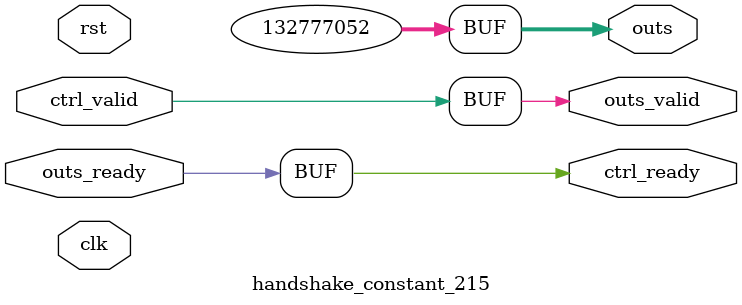
<source format=v>
`timescale 1ns / 1ps
module handshake_constant_215 #(
  parameter DATA_WIDTH = 32  // Default set to 32 bits
) (
  input                       clk,
  input                       rst,
  // Input Channel
  input                       ctrl_valid,
  output                      ctrl_ready,
  // Output Channel
  output [DATA_WIDTH - 1 : 0] outs,
  output                      outs_valid,
  input                       outs_ready
);
  assign outs       = 27'b111111010100000010001011100;
  assign outs_valid = ctrl_valid;
  assign ctrl_ready = outs_ready;

endmodule

</source>
